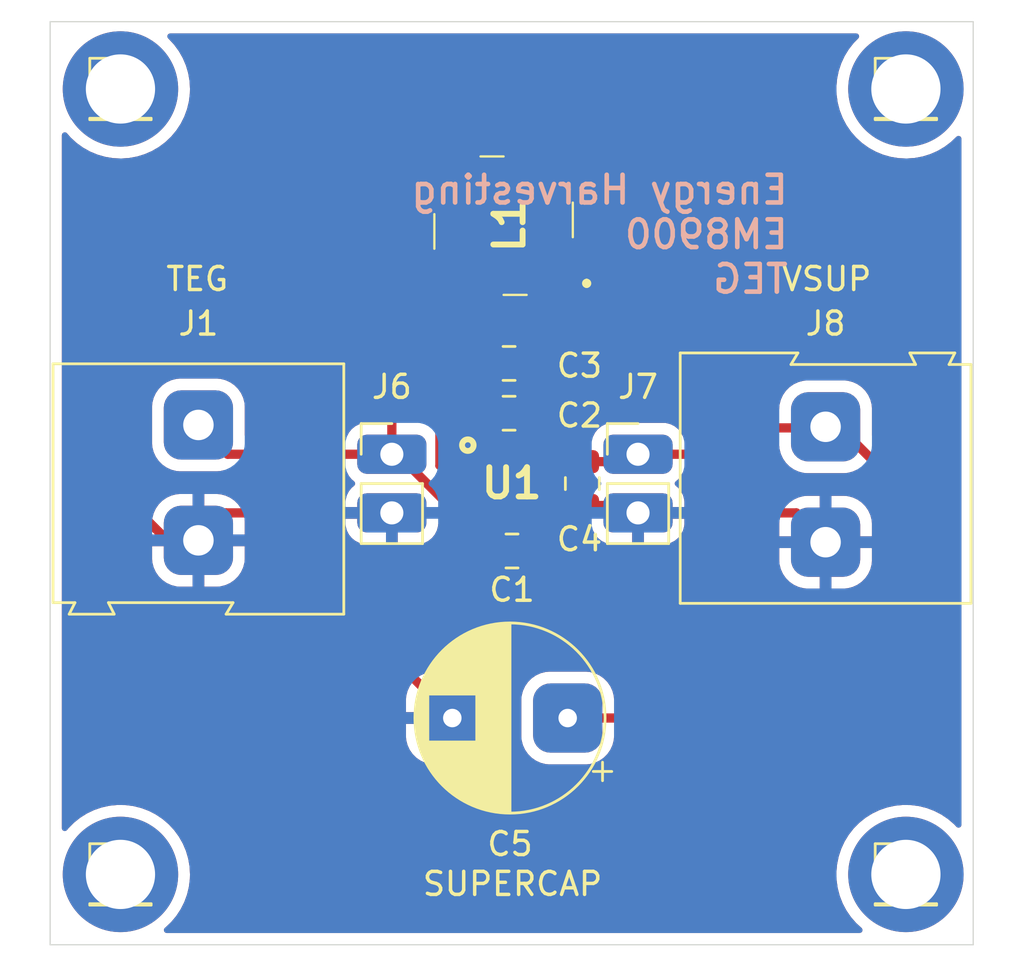
<source format=kicad_pcb>
(kicad_pcb (version 20211014) (generator pcbnew)
  (layers (0 "F.Cu" signal) (31 "B.Cu" signal) (34 "B.Paste" user) (35 "F.Paste" user) (36 "B.SilkS" user "B.Silkscreen") (37 "F.SilkS" user "F.Silkscreen") (38 "B.Mask" user) (39 "F.Mask" user) (44 "Edge.Cuts" user))
  (net 0 "")
  (net 1 "Net-(C1-Pad2)")
  (net 2 "GND")
  (net 3 "Net-(C2-Pad2)")
  (net 4 "Net-(C2-Pad1)")
  (net 5 "Net-(C3-Pad1)")
  (net 6 "Net-(C4-Pad2)")
  (net 7 "Net-(L1-Pad3)")
  (footprint "Capacitor_SMD:C_0805_2012Metric" (layer "F.Cu") (at 119.888 116.967)
    (fp_text reference "C2" (at 3.048 0.098) (layer "F.SilkS"))
    (fp_text value "2.2 uF")
    (fp_line (start -0.261252 -0.735) (end 0.261252 -0.735) (layer "F.SilkS") (width 0.12))
    (fp_line (start -0.261252 0.735) (end 0.261252 0.735) (layer "F.SilkS") (width 0.12))
    (pad "1" smd roundrect locked (at -0.95 0) (size 1 1.45) (layers "F.Cu" "F.Paste" "F.Mask") (net 4 "Net-(C2-Pad1)"))
    (pad "2" smd roundrect locked (at 0.95 0) (size 1 1.45) (layers "F.Cu" "F.Paste" "F.Mask") (net 3 "Net-(C2-Pad2)"))
  )
  (footprint "Capacitor_SMD:C_0805_2012Metric" (layer "F.Cu") (at 119.888 114.808)
    (fp_text reference "C3" (at 3.048 0.098) (layer "F.SilkS"))
    (fp_text value "33 pF")
    (fp_line (start -0.261252 0.735) (end 0.261252 0.735) (layer "F.SilkS") (width 0.12))
    (fp_line (start -0.261252 -0.735) (end 0.261252 -0.735) (layer "F.SilkS") (width 0.12))
    (pad "1" smd roundrect locked (at -0.95 0) (size 1 1.45) (layers "F.Cu" "F.Paste" "F.Mask") (net 5 "Net-(C3-Pad1)"))
    (pad "2" smd roundrect locked (at 0.95 0) (size 1 1.45) (layers "F.Cu" "F.Paste" "F.Mask") (net 3 "Net-(C2-Pad2)"))
  )
  (footprint "Capacitor_SMD:C_0805_2012Metric" (layer "F.Cu") (at 123.063 120.015 90)
    (fp_text reference "C4" (at -2.413 -0.127 180) (layer "F.SilkS"))
    (fp_text value "10 uF")
    (fp_line (start -0.261252 -0.735) (end 0.261252 -0.735) (layer "F.SilkS") (width 0.12))
    (fp_line (start -0.261252 0.735) (end 0.261252 0.735) (layer "F.SilkS") (width 0.12))
    (pad "1" smd roundrect locked (at -0.95 0 90) (size 1 1.45) (layers "F.Cu" "F.Paste" "F.Mask") (net 2 "GND"))
    (pad "2" smd roundrect locked (at 0.95 0 90) (size 1 1.45) (layers "F.Cu" "F.Paste" "F.Mask") (net 6 "Net-(C4-Pad2)"))
  )
  (footprint "SamacSys:SON50P300X300X90-11N-D" (layer "F.Cu") (at 120 120)
    (fp_text reference "U1" (at 0 0) (layer "F.SilkS") (effects (font (size 1.27 1.27) (thickness 0.254))))
    (fp_text value "EM8900-V001-DF10B+" hide)
    (fp_circle (center -1.9 -1.65) (end -1.775 -1.65) (layer "F.SilkS") (width 0.254) (fill none))
    (pad "1" smd rect (at -1.5 -1 90) (size 0.3 0.8) (layers "F.Cu" "F.Paste" "F.Mask") (net 4 "Net-(C2-Pad1)"))
    (pad "2" smd rect (at -1.5 -0.5 90) (size 0.3 0.8) (layers "F.Cu" "F.Paste" "F.Mask") (net 5 "Net-(C3-Pad1)"))
    (pad "3" smd rect (at -1.5 0 90) (size 0.3 0.8) (layers "F.Cu" "F.Paste" "F.Mask") (net 7 "Net-(L1-Pad3)"))
    (pad "4" smd rect (at -1.5 0.5 90) (size 0.3 0.8) (layers "F.Cu" "F.Paste" "F.Mask") (net 7 "Net-(L1-Pad3)"))
    (pad "5" smd rect (at -1.5 1 90) (size 0.3 0.8) (layers "F.Cu" "F.Paste" "F.Mask") (net 7 "Net-(L1-Pad3)"))
    (pad "6" smd rect (at 1.5 1 90) (size 0.3 0.8) (layers "F.Cu" "F.Paste" "F.Mask") (net 2 "GND"))
    (pad "7" smd rect (at 1.5 0.5 90) (size 0.3 0.8) (layers "F.Cu" "F.Paste" "F.Mask") (net 2 "GND"))
    (pad "8" smd rect (at 1.5 0 90) (size 0.3 0.8) (layers "F.Cu" "F.Paste" "F.Mask") (net 2 "GND"))
    (pad "9" smd rect (at 1.5 -0.5 90) (size 0.3 0.8) (layers "F.Cu" "F.Paste" "F.Mask") (net 2 "GND"))
    (pad "10" smd rect (at 1.5 -1 90) (size 0.3 0.8) (layers "F.Cu" "F.Paste" "F.Mask") (net 6 "Net-(C4-Pad2)"))
    (pad "11" smd rect (at 0 0) (size 1.8 2.5) (layers "F.Cu" "F.Paste" "F.Mask"))
  )
  (footprint "TerminalBlock:TerminalBlock_Altech_AK300-2_P5.00mm" (layer "F.Cu") (at 106.426 117.475 -90)
    (fp_text reference "J1" (at -4.3942 0 180) (layer "F.SilkS"))
    (fp_text value "TEG")
    (fp_line (start -2.65 6.3) (end 7.7 6.3) (layer "F.SilkS") (width 0.12))
    (fp_line (start 7.7 5.35) (end 8.2 5.6) (layer "F.SilkS") (width 0.12))
    (fp_line (start 7.7 -1.5) (end 8.2 -1.2) (layer "F.SilkS") (width 0.12))
    (fp_line (start 8.2 3.7) (end 8.2 3.65) (layer "F.SilkS") (width 0.12))
    (fp_line (start 8.2 -6.3) (end -2.65 -6.3) (layer "F.SilkS") (width 0.12))
    (fp_line (start 8.2 5.6) (end 8.2 3.7) (layer "F.SilkS") (width 0.12))
    (fp_line (start 7.7 3.9) (end 7.7 -1.5) (layer "F.SilkS") (width 0.12))
    (fp_line (start 7.7 6.3) (end 7.7 5.35) (layer "F.SilkS") (width 0.12))
    (fp_line (start 8.2 3.65) (end 7.7 3.9) (layer "F.SilkS") (width 0.12))
    (fp_line (start -2.65 -6.3) (end -2.65 6.3) (layer "F.SilkS") (width 0.12))
    (fp_line (start 8.2 -1.2) (end 8.2 -6.3) (layer "F.SilkS") (width 0.12))
    (pad "1" thru_hole roundrect locked (at 0 0 270) (size 3 3) (drill 1.32) (layers *.Cu *.Mask) (net 1 "Net-(C1-Pad2)"))
    (pad "2" thru_hole roundrect locked (at 5 0 270) (size 3 3) (drill 1.32) (layers *.Cu *.Mask) (net 2 "GND"))
  )
  (footprint "Connector_PinHeader_2.54mm:PinHeader_1x02_P2.54mm_Vertical" (layer "F.Cu") (at 114.808 118.745)
    (fp_text reference "J6" (at 0 -2.921) (layer "F.SilkS"))
    (fp_text value "TEG_aux")
    (fp_line (start -1.33 3.87) (end 1.33 3.87) (layer "F.SilkS") (width 0.12))
    (fp_line (start 1.33 1.27) (end 1.33 3.87) (layer "F.SilkS") (width 0.12))
    (fp_line (start -1.33 1.27) (end 1.33 1.27) (layer "F.SilkS") (width 0.12))
    (fp_line (start -1.33 0) (end -1.33 -1.33) (layer "F.SilkS") (width 0.12))
    (fp_line (start -1.33 1.27) (end -1.33 3.87) (layer "F.SilkS") (width 0.12))
    (fp_line (start -1.33 -1.33) (end 0 -1.33) (layer "F.SilkS") (width 0.12))
    (pad "1" thru_hole roundrect locked (at 0 0) (size 3 1.7) (drill 1) (layers *.Cu *.Mask) (net 1 "Net-(C1-Pad2)"))
    (pad "2" thru_hole roundrect locked (at 0 2.54) (size 3 1.7) (drill 1) (layers *.Cu *.Mask) (net 2 "GND"))
  )
  (footprint "Connector_PinHeader_2.54mm:PinHeader_1x02_P2.54mm_Vertical" (layer "F.Cu") (at 125.476 118.745)
    (fp_text reference "J7" (at 0 -2.921) (layer "F.SilkS"))
    (fp_text value "VSUP_aux")
    (fp_line (start -1.33 -1.33) (end 0 -1.33) (layer "F.SilkS") (width 0.12))
    (fp_line (start -1.33 3.87) (end 1.33 3.87) (layer "F.SilkS") (width 0.12))
    (fp_line (start -1.33 0) (end -1.33 -1.33) (layer "F.SilkS") (width 0.12))
    (fp_line (start -1.33 1.27) (end 1.33 1.27) (layer "F.SilkS") (width 0.12))
    (fp_line (start 1.33 1.27) (end 1.33 3.87) (layer "F.SilkS") (width 0.12))
    (fp_line (start -1.33 1.27) (end -1.33 3.87) (layer "F.SilkS") (width 0.12))
    (pad "1" thru_hole roundrect locked (at 0 0) (size 3 1.7) (drill 1) (layers *.Cu *.Mask) (net 6 "Net-(C4-Pad2)"))
    (pad "2" thru_hole roundrect locked (at 0 2.54) (size 3 1.7) (drill 1) (layers *.Cu *.Mask) (net 2 "GND"))
  )
  (footprint "SamacSys:74488540070" (layer "F.Cu") (at 120 108.839 90)
    (fp_text reference "L1" (at 0 -0.1 90) (layer "F.SilkS") (effects (font (size 1.27 1.27) (thickness 0.254))))
    (fp_text value "74488540070" hide)
    (fp_line (start -1 -3.35) (end 0.5 -3.35) (layer "F.SilkS") (width 0.1))
    (fp_line (start 3 -0.35) (end 3 -1.35) (layer "F.SilkS") (width 0.1))
    (fp_line (start -2.6 3.25) (end -2.6 3.25) (layer "F.SilkS") (width 0.2))
    (fp_line (start -0.5 2.65) (end 1 2.65) (layer "F.SilkS") (width 0.1))
    (fp_line (start -2.4 3.25) (end -2.4 3.25) (layer "F.SilkS") (width 0.2))
    (fp_line (start -3 0.65) (end -3 -0.35) (layer "F.SilkS") (width 0.1))
    (fp_arc (start -2.4 3.25) (mid -2.5 3.35) (end -2.6 3.25) (layer "F.SilkS") (width 0.2))
    (fp_arc (start -2.6 3.25) (mid -2.5 3.15) (end -2.4 3.25) (layer "F.SilkS") (width 0.2))
    (pad "1" smd rect (at -2.54 2.15 180) (size 1.4 2.6) (layers "F.Cu" "F.Paste" "F.Mask") (net 3 "Net-(C2-Pad2)"))
    (pad "2" smd rect (at 2.54 1.55 90) (size 1.4 2.6) (layers "F.Cu" "F.Paste" "F.Mask") (net 2 "GND"))
    (pad "3" smd rect (at 2.54 -2.85 180) (size 1.4 2.6) (layers "F.Cu" "F.Paste" "F.Mask") (net 7 "Net-(L1-Pad3)"))
    (pad "4" smd rect (at -2.54 -2.25 90) (size 1.4 2.6) (layers "F.Cu" "F.Paste" "F.Mask") (net 1 "Net-(C1-Pad2)"))
  )
  (footprint "TerminalBlock:TerminalBlock_Altech_AK300-2_P5.00mm" (layer "F.Cu") (at 133.604 122.555 90)
    (fp_text reference "J8" (at 9.4742 0 180) (layer "F.SilkS"))
    (fp_text value "VSUP")
    (fp_line (start 7.7 6.3) (end 7.7 5.35) (layer "F.SilkS") (width 0.12))
    (fp_line (start 7.7 3.9) (end 7.7 -1.5) (layer "F.SilkS") (width 0.12))
    (fp_line (start 8.2 5.6) (end 8.2 3.7) (layer "F.SilkS") (width 0.12))
    (fp_line (start 7.7 5.35) (end 8.2 5.6) (layer "F.SilkS") (width 0.12))
    (fp_line (start 8.2 3.65) (end 7.7 3.9) (layer "F.SilkS") (width 0.12))
    (fp_line (start 8.2 3.7) (end 8.2 3.65) (layer "F.SilkS") (width 0.12))
    (fp_line (start -2.65 6.3) (end 7.7 6.3) (layer "F.SilkS") (width 0.12))
    (fp_line (start 8.2 -1.2) (end 8.2 -6.3) (layer "F.SilkS") (width 0.12))
    (fp_line (start 8.2 -6.3) (end -2.65 -6.3) (layer "F.SilkS") (width 0.12))
    (fp_line (start -2.65 -6.3) (end -2.65 6.3) (layer "F.SilkS") (width 0.12))
    (fp_line (start 7.7 -1.5) (end 8.2 -1.2) (layer "F.SilkS") (width 0.12))
    (pad "1" thru_hole roundrect locked (at 0 0 90) (size 3 3) (drill 1.32) (layers *.Cu *.Mask) (net 2 "GND"))
    (pad "2" thru_hole roundrect locked (at 5 0 90) (size 3 3) (drill 1.32) (layers *.Cu *.Mask) (net 6 "Net-(C4-Pad2)"))
  )
  (footprint "Capacitor_SMD:C_0805_2012Metric" (layer "F.Cu") (at 120.015 122.936 180)
    (fp_text reference "C1" (at 0 -1.68) (layer "F.SilkS"))
    (fp_text value "470 uF")
    (fp_line (start -0.261252 -0.735) (end 0.261252 -0.735) (layer "F.SilkS") (width 0.12))
    (fp_line (start -0.261252 0.735) (end 0.261252 0.735) (layer "F.SilkS") (width 0.12))
    (pad "1" smd roundrect locked (at -0.95 0 180) (size 1 1.45) (layers "F.Cu" "F.Paste" "F.Mask") (net 2 "GND"))
    (pad "2" smd roundrect locked (at 0.95 0 180) (size 1 1.45) (layers "F.Cu" "F.Paste" "F.Mask") (net 1 "Net-(C1-Pad2)"))
  )
  (footprint "Capacitor_THT:CP_Radial_D8.0mm_P5.00mm" (layer "F.Cu") (at 122.428 130.175 180)
    (fp_text reference "C5" (at 2.5 -5.461) (layer "F.SilkS"))
    (fp_text value "SUPCAP")
    (fp_line (start 3.14 -4.03) (end 3.14 4.03) (layer "F.SilkS") (width 0.12))
    (fp_line (start 6.141 -1.89) (end 6.141 1.89) (layer "F.SilkS") (width 0.12))
    (fp_line (start 4.501 -3.562) (end 4.501 -1.04) (layer "F.SilkS") (width 0.12))
    (fp_line (start 6.061 -2.034) (end 6.061 2.034) (layer "F.SilkS") (width 0.12))
    (fp_line (start 2.78 -4.071) (end 2.78 4.071) (layer "F.SilkS") (width 0.12))
    (fp_line (start 4.661 1.04) (end 4.661 3.469) (layer "F.SilkS") (width 0.12))
    (fp_line (start 4.781 1.04) (end 4.781 3.392) (layer "F.SilkS") (width 0.12))
    (fp_line (start 3.381 -3.985) (end 3.381 3.985) (layer "F.SilkS") (width 0.12))
    (fp_line (start 5.741 1.04) (end 5.741 2.505) (layer "F.SilkS") (width 0.12))
    (fp_line (start 4.581 -3.517) (end 4.581 -1.04) (layer "F.SilkS") (width 0.12))
    (fp_line (start 5.701 1.04) (end 5.701 2.556) (layer "F.SilkS") (width 0.12))
    (fp_line (start 5.101 1.04) (end 5.101 3.156) (layer "F.SilkS") (width 0.12))
    (fp_line (start 4.141 1.04) (end 4.141 3.74) (layer "F.SilkS") (width 0.12))
    (fp_line (start 4.581 1.04) (end 4.581 3.517) (layer "F.SilkS") (width 0.12))
    (fp_line (start 5.301 -2.983) (end 5.301 -1.04) (layer "F.SilkS") (width 0.12))
    (fp_line (start 3.661 -3.914) (end 3.661 3.914) (layer "F.SilkS") (width 0.12))
    (fp_line (start 3.02 -4.048) (end 3.02 4.048) (layer "F.SilkS") (width 0.12))
    (fp_line (start 5.981 1.04) (end 5.981 2.166) (layer "F.SilkS") (width 0.12))
    (fp_line (start 3.981 -3.805) (end 3.981 -1.04) (layer "F.SilkS") (width 0.12))
    (fp_line (start 4.181 -3.722) (end 4.181 -1.04) (layer "F.SilkS") (width 0.12))
    (fp_line (start 4.901 -3.309) (end 4.901 -1.04) (layer "F.SilkS") (width 0.12))
    (fp_line (start 5.461 1.04) (end 5.461 2.826) (layer "F.SilkS") (width 0.12))
    (fp_line (start 4.181 1.04) (end 4.181 3.722) (layer "F.SilkS") (width 0.12))
    (fp_line (start -1.909698 -2.315) (end -1.109698 -2.315) (layer "F.SilkS") (width 0.12))
    (fp_line (start 4.501 1.04) (end 4.501 3.562) (layer "F.SilkS") (width 0.12))
    (fp_line (start 6.341 -1.453) (end 6.341 1.453) (layer "F.SilkS") (width 0.12))
    (fp_line (start 4.341 -3.647) (end 4.341 -1.04) (layer "F.SilkS") (width 0.12))
    (fp_line (start 5.541 1.04) (end 5.541 2.741) (layer "F.SilkS") (width 0.12))
    (fp_line (start 5.781 -2.454) (end 5.781 -1.04) (layer "F.SilkS") (width 0.12))
    (fp_line (start 5.621 1.04) (end 5.621 2.651) (layer "F.SilkS") (width 0.12))
    (fp_line (start 4.621 -3.493) (end 4.621 -1.04) (layer "F.SilkS") (width 0.12))
    (fp_line (start 4.021 -3.79) (end 4.021 -1.04) (layer "F.SilkS") (width 0.12))
    (fp_line (start 5.981 -2.166) (end 5.981 -1.04) (layer "F.SilkS") (width 0.12))
    (fp_line (start 5.941 -2.228) (end 5.941 -1.04) (layer "F.SilkS") (width 0.12))
    (fp_line (start 4.821 1.04) (end 4.821 3.365) (layer "F.SilkS") (width 0.12))
    (fp_line (start 5.221 -3.055) (end 5.221 -1.04) (layer "F.SilkS") (width 0.12))
    (fp_line (start 4.421 -3.606) (end 4.421 -1.04) (layer "F.SilkS") (width 0.12))
    (fp_line (start 5.701 -2.556) (end 5.701 -1.04) (layer "F.SilkS") (width 0.12))
    (fp_line (start 4.941 1.04) (end 4.941 3.28) (layer "F.SilkS") (width 0.12))
    (fp_line (start 5.621 -2.651) (end 5.621 -1.04) (layer "F.SilkS") (width 0.12))
    (fp_line (start 4.941 -3.28) (end 4.941 -1.04) (layer "F.SilkS") (width 0.12))
    (fp_line (start 6.021 -2.102) (end 6.021 -1.04) (layer "F.SilkS") (width 0.12))
    (fp_line (start 4.661 -3.469) (end 4.661 -1.04) (layer "F.SilkS") (width 0.12))
    (fp_line (start 2.82 -4.068) (end 2.82 4.068) (layer "F.SilkS") (width 0.12))
    (fp_line (start 3.1 -4.037) (end 3.1 4.037) (layer "F.SilkS") (width 0.12))
    (fp_line (start 2.74 -4.074) (end 2.74 4.074) (layer "F.SilkS") (width 0.12))
    (fp_line (start 3.981 1.04) (end 3.981 3.805) (layer "F.SilkS") (width 0.12))
    (fp_line (start 6.221 -1.731) (end 6.221 1.731) (layer "F.SilkS") (width 0.12))
    (fp_line (start 4.301 -3.666) (end 4.301 -1.04) (layer "F.SilkS") (width 0.12))
    (fp_line (start 5.181 1.04) (end 5.181 3.09) (layer "F.SilkS") (width 0.12))
    (fp_line (start 4.061 1.04) (end 4.061 3.774) (layer "F.SilkS") (width 0.12))
    (fp_line (start 4.301 1.04) (end 4.301 3.666) (layer "F.SilkS") (width 0.12))
    (fp_line (start 5.661 -2.604) (end 5.661 -1.04) (layer "F.SilkS") (width 0.12))
    (fp_line (start 6.461 -1.098) (end 6.461 1.098) (layer "F.SilkS") (width 0.12))
    (fp_line (start 2.9 -4.061) (end 2.9 4.061) (layer "F.SilkS") (width 0.12))
    (fp_line (start 4.741 -3.418) (end 4.741 -1.04) (layer "F.SilkS") (width 0.12))
    (fp_line (start 4.901 1.04) (end 4.901 3.309) (layer "F.SilkS") (width 0.12))
    (fp_line (start 5.021 1.04) (end 5.021 3.22) (layer "F.SilkS") (width 0.12))
    (fp_line (start 3.541 -3.947) (end 3.541 3.947) (layer "F.SilkS") (width 0.12))
    (fp_line (start 4.421 1.04) (end 4.421 3.606) (layer "F.SilkS") (width 0.12))
    (fp_line (start 4.701 1.04) (end 4.701 3.444) (layer "F.SilkS") (width 0.12))
    (fp_line (start 5.141 1.04) (end 5.141 3.124) (layer "F.SilkS") (width 0.12))
    (fp_line (start 4.021 1.04) (end 4.021 3.79) (layer "F.SilkS") (width 0.12))
    (fp_line (start 4.341 1.04) (end 4.341 3.647) (layer "F.SilkS") (width 0.12))
    (fp_line (start 2.54 -4.08) (end 2.54 4.08) (layer "F.SilkS") (width 0.12))
    (fp_line (start -1.509698 -2.715) (end -1.509698 -1.915) (layer "F.SilkS") (width 0.12))
    (fp_line (start 4.101 1.04) (end 4.101 3.757) (layer "F.SilkS") (width 0.12))
    (fp_line (start 5.581 1.04) (end 5.581 2.697) (layer "F.SilkS") (width 0.12))
    (fp_line (start 2.62 -4.079) (end 2.62 4.079) (layer "F.SilkS") (width 0.12))
    (fp_line (start 6.421 -1.229) (end 6.421 1.229) (layer "F.SilkS") (width 0.12))
    (fp_line (start 3.301 -4.002) (end 3.301 4.002) (layer "F.SilkS") (width 0.12))
    (fp_line (start 2.7 -4.076) (end 2.7 4.076) (layer "F.SilkS") (width 0.12))
    (fp_line (start 3.621 -3.925) (end 3.621 3.925) (layer "F.SilkS") (width 0.12))
    (fp_line (start 3.781 -3.877) (end 3.781 3.877) (layer "F.SilkS") (width 0.12))
    (fp_line (start 5.461 -2.826) (end 5.461 -1.04) (layer "F.SilkS") (width 0.12))
    (fp_line (start 6.181 -1.813) (end 6.181 1.813) (layer "F.SilkS") (width 0.12))
    (fp_line (start 4.261 -3.686) (end 4.261 -1.04) (layer "F.SilkS") (width 0.12))
    (fp_line (start 3.221 -4.017) (end 3.221 4.017) (layer "F.SilkS") (width 0.12))
    (fp_line (start 5.501 -2.784) (end 5.501 -1.04) (layer "F.SilkS") (width 0.12))
    (fp_line (start 5.061 -3.189) (end 5.061 -1.04) (layer "F.SilkS") (width 0.12))
    (fp_line (start 5.101 -3.156) (end 5.101 -1.04) (layer "F.SilkS") (width 0.12))
    (fp_line (start 4.981 1.04) (end 4.981 3.25) (layer "F.SilkS") (width 0.12))
    (fp_line (start 5.301 1.04) (end 5.301 2.983) (layer "F.SilkS") (width 0.12))
    (fp_line (start 6.541 -0.768) (end 6.541 0.768) (layer "F.SilkS") (width 0.12))
    (fp_line (start 5.341 1.04) (end 5.341 2.945) (layer "F.SilkS") (width 0.12))
    (fp_line (start 4.621 1.04) (end 4.621 3.493) (layer "F.SilkS") (width 0.12))
    (fp_line (start 4.261 1.04) (end 4.261 3.686) (layer "F.SilkS") (width 0.12))
    (fp_line (start 2.98 -4.052) (end 2.98 4.052) (layer "F.SilkS") (width 0.12))
    (fp_line (start 4.821 -3.365) (end 4.821 -1.04) (layer "F.SilkS") (width 0.12))
    (fp_line (start 6.261 -1.645) (end 6.261 1.645) (layer "F.SilkS") (width 0.12))
    (fp_line (start 3.261 -4.01) (end 3.261 4.01) (layer "F.SilkS") (width 0.12))
    (fp_line (start 5.941 1.04) (end 5.941 2.228) (layer "F.SilkS") (width 0.12))
    (fp_line (start 5.581 -2.697) (end 5.581 -1.04) (layer "F.SilkS") (width 0.12))
    (fp_line (start 4.461 -3.584) (end 4.461 -1.04) (layer "F.SilkS") (width 0.12))
    (fp_line (start 2.5 -4.08) (end 2.5 4.08) (layer "F.SilkS") (width 0.12))
    (fp_line (start 5.541 -2.741) (end 5.541 -1.04) (layer "F.SilkS") (width 0.12))
    (fp_line (start 6.101 -1.964) (end 6.101 1.964) (layer "F.SilkS") (width 0.12))
    (fp_line (start 3.421 -3.976) (end 3.421 3.976) (layer "F.SilkS") (width 0.12))
    (fp_line (start 5.021 -3.22) (end 5.021 -1.04) (layer "F.SilkS") (width 0.12))
    (fp_line (start 4.701 -3.444) (end 4.701 -1.04) (layer "F.SilkS") (width 0.12))
    (fp_line (start 5.261 -3.019) (end 5.261 -1.04) (layer "F.SilkS") (width 0.12))
    (fp_line (start 4.221 1.04) (end 4.221 3.704) (layer "F.SilkS") (width 0.12))
    (fp_line (start 4.781 -3.392) (end 4.781 -1.04) (layer "F.SilkS") (width 0.12))
    (fp_line (start 3.901 -3.835) (end 3.901 3.835) (layer "F.SilkS") (width 0.12))
    (fp_line (start 6.581 -0.533) (end 6.581 0.533) (layer "F.SilkS") (width 0.12))
    (fp_line (start 3.06 -4.042) (end 3.06 4.042) (layer "F.SilkS") (width 0.12))
    (fp_line (start 6.301 -1.552) (end 6.301 1.552) (layer "F.SilkS") (width 0.12))
    (fp_line (start 5.421 -2.867) (end 5.421 -1.04) (layer "F.SilkS") (width 0.12))
    (fp_line (start 5.061 1.04) (end 5.061 3.189) (layer "F.SilkS") (width 0.12))
    (fp_line (start 5.421 1.04) (end 5.421 2.867) (layer "F.SilkS") (width 0.12))
    (fp_line (start 4.541 -3.54) (end 4.541 -1.04) (layer "F.SilkS") (width 0.12))
    (fp_line (start 3.341 -3.994) (end 3.341 3.994) (layer "F.SilkS") (width 0.12))
    (fp_line (start 5.741 -2.505) (end 5.741 -1.04) (layer "F.SilkS") (width 0.12))
    (fp_line (start 3.461 -3.967) (end 3.461 3.967) (layer "F.SilkS") (width 0.12))
    (fp_line (start 4.381 -3.627) (end 4.381 -1.04) (layer "F.SilkS") (width 0.12))
    (fp_line (start 3.581 -3.936) (end 3.581 3.936) (layer "F.SilkS") (width 0.12))
    (fp_line (start 4.101 -3.757) (end 4.101 -1.04) (layer "F.SilkS") (width 0.12))
    (fp_line (start 5.901 1.04) (end 5.901 2.287) (layer "F.SilkS") (width 0.12))
    (fp_line (start 5.901 -2.287) (end 5.901 -1.04) (layer "F.SilkS") (width 0.12))
    (fp_line (start 5.221 1.04) (end 5.221 3.055) (layer "F.SilkS") (width 0.12))
    (fp_line (start 6.381 -1.346) (end 6.381 1.346) (layer "F.SilkS") (width 0.12))
    (fp_line (start 2.94 -4.057) (end 2.94 4.057) (layer "F.SilkS") (width 0.12))
    (fp_line (start 5.181 -3.09) (end 5.181 -1.04) (layer "F.SilkS") (width 0.12))
    (fp_line (start 4.221 -3.704) (end 4.221 -1.04) (layer "F.SilkS") (width 0.12))
    (fp_line (start 5.141 -3.124) (end 5.141 -1.04) (layer "F.SilkS") (width 0.12))
    (fp_line (start 5.861 -2.345) (end 5.861 -1.04) (layer "F.SilkS") (width 0.12))
    (fp_line (start 4.741 1.04) (end 4.741 3.418) (layer "F.SilkS") (width 0.12))
    (fp_line (start 3.18 -4.024) (end 3.18 4.024) (layer "F.SilkS") (width 0.12))
    (fp_line (start 6.021 1.04) (end 6.021 2.102) (layer "F.SilkS") (width 0.12))
    (fp_line (start 4.061 -3.774) (end 4.061 -1.04) (layer "F.SilkS") (width 0.12))
    (fp_line (start 3.861 -3.85) (end 3.861 3.85) (layer "F.SilkS") (width 0.12))
    (fp_line (start 4.381 1.04) (end 4.381 3.627) (layer "F.SilkS") (width 0.12))
    (fp_line (start 5.821 -2.4) (end 5.821 -1.04) (layer "F.SilkS") (width 0.12))
    (fp_line (start 4.861 -3.338) (end 4.861 -1.04) (layer "F.SilkS") (width 0.12))
    (fp_line (start 5.781 1.04) (end 5.781 2.454) (layer "F.SilkS") (width 0.12))
    (fp_line (start 2.58 -4.08) (end 2.58 4.08) (layer "F.SilkS") (width 0.12))
    (fp_line (start 5.821 1.04) (end 5.821 2.4) (layer "F.SilkS") (width 0.12))
    (fp_line (start 5.501 1.04) (end 5.501 2.784) (layer "F.SilkS") (width 0.12))
    (fp_line (start 5.381 1.04) (end 5.381 2.907) (layer "F.SilkS") (width 0.12))
    (fp_line (start 3.701 -3.902) (end 3.701 3.902) (layer "F.SilkS") (width 0.12))
    (fp_line (start 2.66 -4.077) (end 2.66 4.077) (layer "F.SilkS") (width 0.12))
    (fp_line (start 5.381 -2.907) (end 5.381 -1.04) (layer "F.SilkS") (width 0.12))
    (fp_line (start 5.261 1.04) (end 5.261 3.019) (layer "F.SilkS") (width 0.12))
    (fp_line (start 4.141 -3.74) (end 4.141 -1.04) (layer "F.SilkS") (width 0.12))
    (fp_line (start 4.461 1.04) (end 4.461 3.584) (layer "F.SilkS") (width 0.12))
    (fp_line (start 3.741 -3.889) (end 3.741 3.889) (layer "F.SilkS") (width 0.12))
    (fp_line (start 5.341 -2.945) (end 5.341 -1.04) (layer "F.SilkS") (width 0.12))
    (fp_line (start 3.821 -3.863) (end 3.821 3.863) (layer "F.SilkS") (width 0.12))
    (fp_line (start 5.861 1.04) (end 5.861 2.345) (layer "F.SilkS") (width 0.12))
    (fp_line (start 2.86 -4.065) (end 2.86 4.065) (layer "F.SilkS") (width 0.12))
    (fp_line (start 6.501 -0.948) (end 6.501 0.948) (layer "F.SilkS") (width 0.12))
    (fp_line (start 4.861 1.04) (end 4.861 3.338) (layer "F.SilkS") (width 0.12))
    (fp_line (start 3.941 -3.821) (end 3.941 3.821) (layer "F.SilkS") (width 0.12))
    (fp_line (start 3.501 -3.957) (end 3.501 3.957) (layer "F.SilkS") (width 0.12))
    (fp_line (start 4.541 1.04) (end 4.541 3.54) (layer "F.SilkS") (width 0.12))
    (fp_line (start 4.981 -3.25) (end 4.981 -1.04) (layer "F.SilkS") (width 0.12))
    (fp_line (start 5.661 1.04) (end 5.661 2.604) (layer "F.SilkS") (width 0.12))
    (fp_circle (center 2.5 0) (end 6.62 0) (layer "F.SilkS") (width 0.12) (fill none))
    (pad "1" thru_hole roundrect locked (at 0 0 180) (size 3 3) (drill 0.8) (layers *.Cu *.Mask) (net 6 "Net-(C4-Pad2)"))
    (pad "2" thru_hole roundrect locked (at 5 0 180) (size 3 3) (drill 0.8) (layers *.Cu *.Mask) (net 2 "GND"))
  )
  (footprint "Connector_PinHeader_2.54mm:PinHeader_1x01_P2.54mm_Vertical" (layer "F.Cu") (at 103.048 136.952)
    (fp_text reference "J4" hide)
    (fp_text value "fixacao")
    (fp_line (start -1.33 1.33) (end 1.33 1.33) (layer "F.SilkS") (width 0.12))
    (fp_line (start 1.33 1.27) (end 1.33 1.33) (layer "F.SilkS") (width 0.12))
    (fp_line (start -1.33 1.27) (end 1.33 1.27) (layer "F.SilkS") (width 0.12))
    (fp_line (start -1.33 -1.33) (end 0 -1.33) (layer "F.SilkS") (width 0.12))
    (fp_line (start -1.33 1.27) (end -1.33 1.33) (layer "F.SilkS") (width 0.12))
    (fp_line (start -1.33 0) (end -1.33 -1.33) (layer "F.SilkS") (width 0.12))
    (pad "1" thru_hole circle (at 0 0) (size 5 5) (drill 3) (layers *.Cu *.Mask))
  )
  (footprint "Connector_PinHeader_2.54mm:PinHeader_1x01_P2.54mm_Vertical" (layer "F.Cu") (at 137.084 102.916)
    (fp_text reference "J3" hide)
    (fp_text value "fixacao")
    (fp_line (start -1.33 1.27) (end -1.33 1.33) (layer "F.SilkS") (width 0.12))
    (fp_line (start -1.33 0) (end -1.33 -1.33) (layer "F.SilkS") (width 0.12))
    (fp_line (start 1.33 1.27) (end 1.33 1.33) (layer "F.SilkS") (width 0.12))
    (fp_line (start -1.33 1.33) (end 1.33 1.33) (layer "F.SilkS") (width 0.12))
    (fp_line (start -1.33 1.27) (end 1.33 1.27) (layer "F.SilkS") (width 0.12))
    (fp_line (start -1.33 -1.33) (end 0 -1.33) (layer "F.SilkS") (width 0.12))
    (pad "1" thru_hole circle (at 0 0) (size 5 5) (drill 3) (layers *.Cu *.Mask))
  )
  (footprint "Connector_PinHeader_2.54mm:PinHeader_1x01_P2.54mm_Vertical" (layer "F.Cu") (at 103.048 102.916)
    (fp_text reference "J2" hide)
    (fp_text value "fixacao")
    (fp_line (start -1.33 -1.33) (end 0 -1.33) (layer "F.SilkS") (width 0.12))
    (fp_line (start 1.33 1.27) (end 1.33 1.33) (layer "F.SilkS") (width 0.12))
    (fp_line (start -1.33 1.33) (end 1.33 1.33) (layer "F.SilkS") (width 0.12))
    (fp_line (start -1.33 1.27) (end -1.33 1.33) (layer "F.SilkS") (width 0.12))
    (fp_line (start -1.33 1.27) (end 1.33 1.27) (layer "F.SilkS") (width 0.12))
    (fp_line (start -1.33 0) (end -1.33 -1.33) (layer "F.SilkS") (width 0.12))
    (pad "1" thru_hole circle (at 0 0) (size 5 5) (drill 3) (layers *.Cu *.Mask))
  )
  (footprint "Connector_PinHeader_2.54mm:PinHeader_1x01_P2.54mm_Vertical" (layer "F.Cu") (at 137.084 136.952)
    (fp_text reference "J5" hide)
    (fp_text value "fixacao")
    (fp_line (start -1.33 0) (end -1.33 -1.33) (layer "F.SilkS") (width 0.12))
    (fp_line (start -1.33 1.27) (end -1.33 1.33) (layer "F.SilkS") (width 0.12))
    (fp_line (start 1.33 1.27) (end 1.33 1.33) (layer "F.SilkS") (width 0.12))
    (fp_line (start -1.33 1.33) (end 1.33 1.33) (layer "F.SilkS") (width 0.12))
    (fp_line (start -1.33 1.27) (end 1.33 1.27) (layer "F.SilkS") (width 0.12))
    (fp_line (start -1.33 -1.33) (end 0 -1.33) (layer "F.SilkS") (width 0.12))
    (pad "1" thru_hole circle (at 0 0) (size 5 5) (drill 3) (layers *.Cu *.Mask))
  )
  (gr_line (start 140 100) (end 140 140) (layer "Edge.Cuts") (width 0.05))
  (gr_line (start 100 100) (end 100 140) (layer "Edge.Cuts") (width 0.05))
  (gr_line (start 100 100) (end 140 100) (layer "Edge.Cuts") (width 0.05))
  (gr_line (start 100 140) (end 140 140) (layer "Edge.Cuts") (width 0.05))
  (gr_text "Energy Harvesting\nEM8900\nTEG" (at 132.08 109.22) (layer "B.SilkS") (effects (font (size 1.2 1.2) (thickness 0.2)) (justify left mirror)))
  (gr_text "VSUP" (at 133.6548 111.1504) (layer "F.SilkS") (effects (font (size 1 1))))
  (gr_text "SUPERCAP" (at 120.0404 137.3632) (layer "F.SilkS") (effects (font (size 1 1))))
  (gr_text "TEG" (at 106.3752 111.1504) (layer "F.SilkS") (effects (font (size 1 1))))
  (segment (start 115.062 118.745) (end 114.808 118.745) (width 0.4) (layer "F.Cu") (net 1))
  (segment (start 119.065 122.936) (end 119.065 122.748) (width 0.4) (layer "F.Cu") (net 1))
  (segment (start 117.094 111.379) (end 117.75 111.379) (width 0.4) (layer "F.Cu") (net 1))
  (segment (start 107.696 118.745) (end 106.426 117.475) (width 0.4) (layer "F.Cu") (net 1))
  (segment (start 114.808 113.665) (end 117.094 111.379) (width 0.4) (layer "F.Cu") (net 1))
  (segment (start 119.065 122.748) (end 115.062 118.745) (width 0.4) (layer "F.Cu") (net 1))
  (segment (start 114.808 118.745) (end 107.696 118.745) (width 0.4) (layer "F.Cu") (net 1))
  (segment (start 114.808 118.745) (end 114.808 113.665) (width 0.4) (layer "F.Cu") (net 1))
  (segment (start 132.334 121.285) (end 133.604 122.555) (width 0.4) (layer "F.Cu") (net 2))
  (segment (start 105.076 122.475) (end 106.426 122.475) (width 0.4) (layer "F.Cu") (net 2))
  (segment (start 123.19 120.965) (end 125.029 120.965) (width 0.4) (layer "F.Cu") (net 2))
  (segment (start 107.616 121.285) (end 106.426 122.475) (width 0.4) (layer "F.Cu") (net 2))
  (segment (start 121.5 122.401) (end 121.5 121) (width 0.4) (layer "F.Cu") (net 2))
  (segment (start 121.55 105.167) (end 119.634 103.251) (width 0.4) (layer "F.Cu") (net 2))
  (segment (start 103.124 112.649) (end 103.124 120.523) (width 0.4) (layer "F.Cu") (net 2))
  (segment (start 114.808 127.508) (end 117.475 130.175) (width 0.4) (layer "F.Cu") (net 2))
  (segment (start 103.124 120.523) (end 105.076 122.475) (width 0.4) (layer "F.Cu") (net 2))
  (segment (start 123.155 121) (end 123.19 120.965) (width 0.4) (layer "F.Cu") (net 2))
  (segment (start 121.5 119.5) (end 121.5 121) (width 0.3) (layer "F.Cu") (net 2))
  (segment (start 112.522 103.251) (end 103.124 112.649) (width 0.4) (layer "F.Cu") (net 2))
  (segment (start 120.965 122.936) (end 120.965 126.685) (width 0.4) (layer "F.Cu") (net 2))
  (segment (start 120.965 122.936) (end 121.5 122.401) (width 0.4) (layer "F.Cu") (net 2))
  (segment (start 120.965 126.685) (end 117.475 130.175) (width 0.4) (layer "F.Cu") (net 2))
  (segment (start 121.55 106.299) (end 121.55 105.167) (width 0.4) (layer "F.Cu") (net 2))
  (segment (start 125.349 121.285) (end 132.334 121.285) (width 0.4) (layer "F.Cu") (net 2))
  (segment (start 125.029 120.965) (end 125.349 121.285) (width 0.4) (layer "F.Cu") (net 2))
  (segment (start 119.634 103.251) (end 112.522 103.251) (width 0.4) (layer "F.Cu") (net 2))
  (segment (start 114.808 121.285) (end 114.808 127.508) (width 0.4) (layer "F.Cu") (net 2))
  (segment (start 114.808 121.285) (end 107.616 121.285) (width 0.4) (layer "F.Cu") (net 2))
  (segment (start 120.838 114.808) (end 120.838 113.223) (width 0.4) (layer "F.Cu") (net 3))
  (segment (start 122.15 111.911) (end 122.15 111.379) (width 0.4) (layer "F.Cu") (net 3))
  (segment (start 120.838 113.223) (end 122.15 111.911) (width 0.4) (layer "F.Cu") (net 3))
  (segment (start 120.838 116.967) (end 120.838 114.808) (width 0.4) (layer "F.Cu") (net 3))
  (segment (start 118.5 117.405) (end 118.5 118.949999) (width 0.4) (layer "F.Cu") (net 4))
  (segment (start 118.938 116.967) (end 118.5 117.405) (width 0.4) (layer "F.Cu") (net 4))
  (segment (start 117.475 116.271) (end 118.938 114.808) (width 0.3) (layer "F.Cu") (net 5))
  (segment (start 117.8 119.5) (end 117.475 119.175) (width 0.3) (layer "F.Cu") (net 5))
  (segment (start 117.475 119.175) (end 117.475 116.271) (width 0.3) (layer "F.Cu") (net 5))
  (segment (start 118.5 119.5) (end 117.8 119.5) (width 0.3) (layer "F.Cu") (net 5))
  (segment (start 122.475 130.175) (end 131.191 130.175) (width 0.4) (layer "F.Cu") (net 6))
  (segment (start 137.287 120.65) (end 134.192 117.555) (width 0.4) (layer "F.Cu") (net 6))
  (segment (start 121.5 119) (end 123.125 119) (width 0.3) (layer "F.Cu") (net 6))
  (segment (start 123.19 119.065) (end 125.029 119.065) (width 0.4) (layer "F.Cu") (net 6))
  (segment (start 137.287 124.079) (end 137.287 120.65) (width 0.4) (layer "F.Cu") (net 6))
  (segment (start 134.192 117.555) (end 133.604 117.555) (width 0.4) (layer "F.Cu") (net 6))
  (segment (start 128.524 118.745) (end 129.667 117.602) (width 0.4) (layer "F.Cu") (net 6))
  (segment (start 129.667 117.602) (end 133.557 117.602) (width 0.4) (layer "F.Cu") (net 6))
  (segment (start 133.557 117.602) (end 133.604 117.555) (width 0.4) (layer "F.Cu") (net 6))
  (segment (start 125.029 119.065) (end 125.349 118.745) (width 0.4) (layer "F.Cu") (net 6))
  (segment (start 125.349 118.745) (end 128.524 118.745) (width 0.4) (layer "F.Cu") (net 6))
  (segment (start 123.125 119) (end 123.19 119.065) (width 0.3) (layer "F.Cu") (net 6))
  (segment (start 131.191 130.175) (end 137.287 124.079) (width 0.4) (layer "F.Cu") (net 6))
  (segment (start 118.5 120) (end 118.5 121) (width 0.3) (layer "F.Cu") (net 7))
  (segment (start 118.5 120) (end 117.59288 120) (width 0.3) (layer "F.Cu") (net 7))
  (segment (start 116.84 119.24712) (end 116.84 114.935) (width 0.3) (layer "F.Cu") (net 7))
  (segment (start 119.634 112.141) (end 119.634 109.474) (width 0.3) (layer "F.Cu") (net 7))
  (segment (start 117.15 106.99) (end 117.15 106.299) (width 0.3) (layer "F.Cu") (net 7))
  (segment (start 119.634 109.474) (end 117.15 106.99) (width 0.3) (layer "F.Cu") (net 7))
  (segment (start 116.84 114.935) (end 119.634 112.141) (width 0.3) (layer "F.Cu") (net 7))
  (segment (start 117.59288 120) (end 116.84 119.24712) (width 0.3) (layer "F.Cu") (net 7))
  (zone (net 2) (net_name "GND") (layer "F.Cu") (connect_pads (clearance 0.508)) (min_thickness 0.254) (fill yes (thermal_gap 0.508) (thermal_bridge_width 0.508))
    (polygon (pts (xy 140.97 140.97) (xy 99.06 140.97) (xy 99.06 99.06) (xy 140.97 99.06)))
  )
  (zone (net 2) (net_name "GND") (layer "B.Cu") (connect_pads (clearance 0.508)) (min_thickness 0.254) (fill yes (thermal_gap 0.508) (thermal_bridge_width 0.508))
    (polygon (pts (xy 140.97 140.97) (xy 99.06 140.97) (xy 99.06 99.06) (xy 140.97 99.06)))
  )
)
</source>
